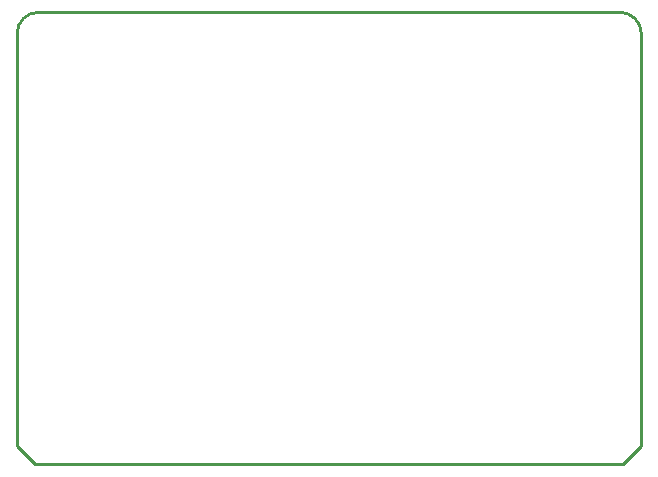
<source format=gko>
G04*
G04 #@! TF.GenerationSoftware,Altium Limited,Altium Designer,19.0.4 (130)*
G04*
G04 Layer_Color=16711935*
%FSLAX24Y24*%
%MOIN*%
G70*
G01*
G75*
%ADD12C,0.0100*%
D12*
X20800Y3600D02*
G03*
X20100Y4300I-700J0D01*
G01*
X700D02*
G03*
X0Y3600I0J-700D01*
G01*
X20190Y-10760D02*
X20800Y-10150D01*
X-0Y-10160D02*
X590Y-10750D01*
X20190Y-10760D01*
X-0Y-10160D02*
X0Y3600D01*
X700Y4300D02*
X20100D01*
X20800Y-10150D02*
Y3600D01*
M02*

</source>
